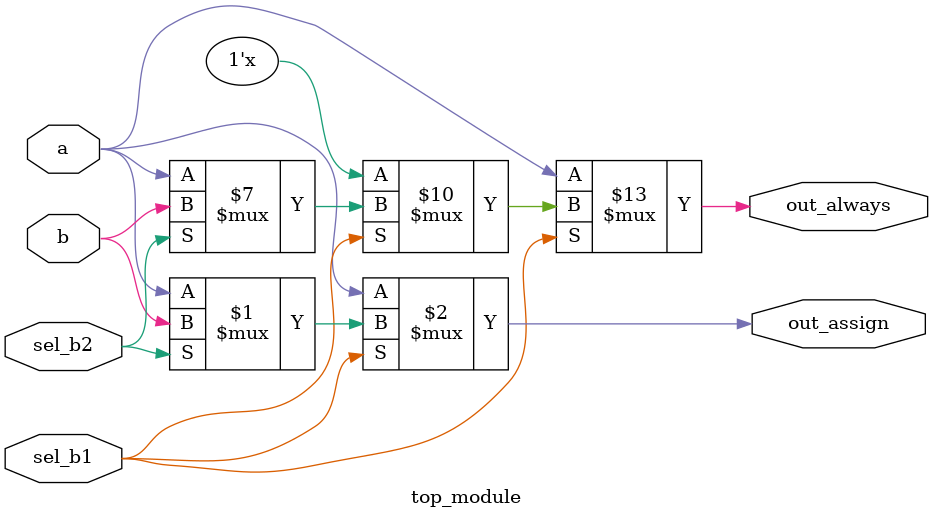
<source format=v>
module top_module(
    input a,
    input b,
    input sel_b1,
    input sel_b2,
    output wire out_assign,
    output reg out_always   ); 
    
    assign out_assign = (sel_b1) ? (sel_b2) ? b : a : a;
    always @(*) begin
        if (sel_b1 == 1'b0) begin
            out_always = a;
        end
        else if (sel_b2 == 1'b0) begin
            out_always = a;
        end
        else begin
            out_always = b;
        end
    end

endmodule
</source>
